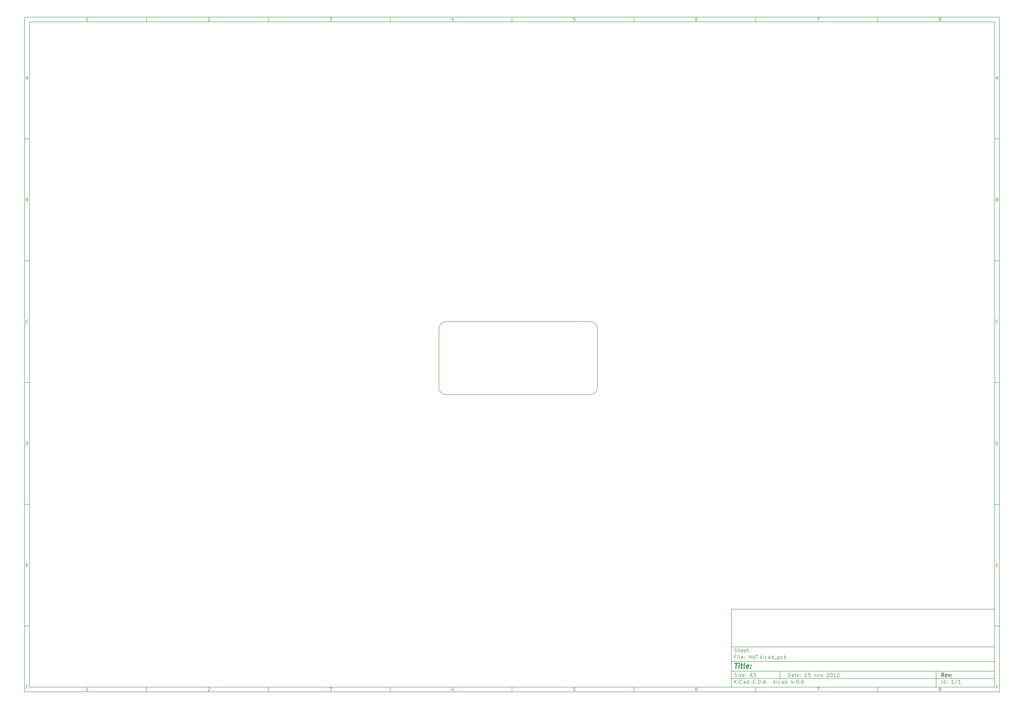
<source format=gm1>
G04 #@! TF.FileFunction,Profile,NP*
%FSLAX46Y46*%
G04 Gerber Fmt 4.6, Leading zero omitted, Abs format (unit mm)*
G04 Created by KiCad (PCBNEW 4.0.6) date 06/14/17 17:14:32*
%MOMM*%
%LPD*%
G01*
G04 APERTURE LIST*
%ADD10C,0.150000*%
%ADD11C,0.300000*%
%ADD12C,0.400000*%
G04 APERTURE END LIST*
D10*
X299989000Y-253002200D02*
X299989000Y-285002200D01*
X407989000Y-285002200D01*
X407989000Y-253002200D01*
X299989000Y-253002200D01*
X10000000Y-10000000D02*
X10000000Y-287002200D01*
X409989000Y-287002200D01*
X409989000Y-10000000D01*
X10000000Y-10000000D01*
X12000000Y-12000000D02*
X12000000Y-285002200D01*
X407989000Y-285002200D01*
X407989000Y-12000000D01*
X12000000Y-12000000D01*
X60000000Y-12000000D02*
X60000000Y-10000000D01*
X110000000Y-12000000D02*
X110000000Y-10000000D01*
X160000000Y-12000000D02*
X160000000Y-10000000D01*
X210000000Y-12000000D02*
X210000000Y-10000000D01*
X260000000Y-12000000D02*
X260000000Y-10000000D01*
X310000000Y-12000000D02*
X310000000Y-10000000D01*
X360000000Y-12000000D02*
X360000000Y-10000000D01*
X35990476Y-11588095D02*
X35247619Y-11588095D01*
X35619048Y-11588095D02*
X35619048Y-10288095D01*
X35495238Y-10473810D01*
X35371429Y-10597619D01*
X35247619Y-10659524D01*
X85247619Y-10411905D02*
X85309524Y-10350000D01*
X85433333Y-10288095D01*
X85742857Y-10288095D01*
X85866667Y-10350000D01*
X85928571Y-10411905D01*
X85990476Y-10535714D01*
X85990476Y-10659524D01*
X85928571Y-10845238D01*
X85185714Y-11588095D01*
X85990476Y-11588095D01*
X135185714Y-10288095D02*
X135990476Y-10288095D01*
X135557143Y-10783333D01*
X135742857Y-10783333D01*
X135866667Y-10845238D01*
X135928571Y-10907143D01*
X135990476Y-11030952D01*
X135990476Y-11340476D01*
X135928571Y-11464286D01*
X135866667Y-11526190D01*
X135742857Y-11588095D01*
X135371429Y-11588095D01*
X135247619Y-11526190D01*
X135185714Y-11464286D01*
X185866667Y-10721429D02*
X185866667Y-11588095D01*
X185557143Y-10226190D02*
X185247619Y-11154762D01*
X186052381Y-11154762D01*
X235928571Y-10288095D02*
X235309524Y-10288095D01*
X235247619Y-10907143D01*
X235309524Y-10845238D01*
X235433333Y-10783333D01*
X235742857Y-10783333D01*
X235866667Y-10845238D01*
X235928571Y-10907143D01*
X235990476Y-11030952D01*
X235990476Y-11340476D01*
X235928571Y-11464286D01*
X235866667Y-11526190D01*
X235742857Y-11588095D01*
X235433333Y-11588095D01*
X235309524Y-11526190D01*
X235247619Y-11464286D01*
X285866667Y-10288095D02*
X285619048Y-10288095D01*
X285495238Y-10350000D01*
X285433333Y-10411905D01*
X285309524Y-10597619D01*
X285247619Y-10845238D01*
X285247619Y-11340476D01*
X285309524Y-11464286D01*
X285371429Y-11526190D01*
X285495238Y-11588095D01*
X285742857Y-11588095D01*
X285866667Y-11526190D01*
X285928571Y-11464286D01*
X285990476Y-11340476D01*
X285990476Y-11030952D01*
X285928571Y-10907143D01*
X285866667Y-10845238D01*
X285742857Y-10783333D01*
X285495238Y-10783333D01*
X285371429Y-10845238D01*
X285309524Y-10907143D01*
X285247619Y-11030952D01*
X335185714Y-10288095D02*
X336052381Y-10288095D01*
X335495238Y-11588095D01*
X385495238Y-10845238D02*
X385371429Y-10783333D01*
X385309524Y-10721429D01*
X385247619Y-10597619D01*
X385247619Y-10535714D01*
X385309524Y-10411905D01*
X385371429Y-10350000D01*
X385495238Y-10288095D01*
X385742857Y-10288095D01*
X385866667Y-10350000D01*
X385928571Y-10411905D01*
X385990476Y-10535714D01*
X385990476Y-10597619D01*
X385928571Y-10721429D01*
X385866667Y-10783333D01*
X385742857Y-10845238D01*
X385495238Y-10845238D01*
X385371429Y-10907143D01*
X385309524Y-10969048D01*
X385247619Y-11092857D01*
X385247619Y-11340476D01*
X385309524Y-11464286D01*
X385371429Y-11526190D01*
X385495238Y-11588095D01*
X385742857Y-11588095D01*
X385866667Y-11526190D01*
X385928571Y-11464286D01*
X385990476Y-11340476D01*
X385990476Y-11092857D01*
X385928571Y-10969048D01*
X385866667Y-10907143D01*
X385742857Y-10845238D01*
X60000000Y-285002200D02*
X60000000Y-287002200D01*
X110000000Y-285002200D02*
X110000000Y-287002200D01*
X160000000Y-285002200D02*
X160000000Y-287002200D01*
X210000000Y-285002200D02*
X210000000Y-287002200D01*
X260000000Y-285002200D02*
X260000000Y-287002200D01*
X310000000Y-285002200D02*
X310000000Y-287002200D01*
X360000000Y-285002200D02*
X360000000Y-287002200D01*
X35990476Y-286590295D02*
X35247619Y-286590295D01*
X35619048Y-286590295D02*
X35619048Y-285290295D01*
X35495238Y-285476010D01*
X35371429Y-285599819D01*
X35247619Y-285661724D01*
X85247619Y-285414105D02*
X85309524Y-285352200D01*
X85433333Y-285290295D01*
X85742857Y-285290295D01*
X85866667Y-285352200D01*
X85928571Y-285414105D01*
X85990476Y-285537914D01*
X85990476Y-285661724D01*
X85928571Y-285847438D01*
X85185714Y-286590295D01*
X85990476Y-286590295D01*
X135185714Y-285290295D02*
X135990476Y-285290295D01*
X135557143Y-285785533D01*
X135742857Y-285785533D01*
X135866667Y-285847438D01*
X135928571Y-285909343D01*
X135990476Y-286033152D01*
X135990476Y-286342676D01*
X135928571Y-286466486D01*
X135866667Y-286528390D01*
X135742857Y-286590295D01*
X135371429Y-286590295D01*
X135247619Y-286528390D01*
X135185714Y-286466486D01*
X185866667Y-285723629D02*
X185866667Y-286590295D01*
X185557143Y-285228390D02*
X185247619Y-286156962D01*
X186052381Y-286156962D01*
X235928571Y-285290295D02*
X235309524Y-285290295D01*
X235247619Y-285909343D01*
X235309524Y-285847438D01*
X235433333Y-285785533D01*
X235742857Y-285785533D01*
X235866667Y-285847438D01*
X235928571Y-285909343D01*
X235990476Y-286033152D01*
X235990476Y-286342676D01*
X235928571Y-286466486D01*
X235866667Y-286528390D01*
X235742857Y-286590295D01*
X235433333Y-286590295D01*
X235309524Y-286528390D01*
X235247619Y-286466486D01*
X285866667Y-285290295D02*
X285619048Y-285290295D01*
X285495238Y-285352200D01*
X285433333Y-285414105D01*
X285309524Y-285599819D01*
X285247619Y-285847438D01*
X285247619Y-286342676D01*
X285309524Y-286466486D01*
X285371429Y-286528390D01*
X285495238Y-286590295D01*
X285742857Y-286590295D01*
X285866667Y-286528390D01*
X285928571Y-286466486D01*
X285990476Y-286342676D01*
X285990476Y-286033152D01*
X285928571Y-285909343D01*
X285866667Y-285847438D01*
X285742857Y-285785533D01*
X285495238Y-285785533D01*
X285371429Y-285847438D01*
X285309524Y-285909343D01*
X285247619Y-286033152D01*
X335185714Y-285290295D02*
X336052381Y-285290295D01*
X335495238Y-286590295D01*
X385495238Y-285847438D02*
X385371429Y-285785533D01*
X385309524Y-285723629D01*
X385247619Y-285599819D01*
X385247619Y-285537914D01*
X385309524Y-285414105D01*
X385371429Y-285352200D01*
X385495238Y-285290295D01*
X385742857Y-285290295D01*
X385866667Y-285352200D01*
X385928571Y-285414105D01*
X385990476Y-285537914D01*
X385990476Y-285599819D01*
X385928571Y-285723629D01*
X385866667Y-285785533D01*
X385742857Y-285847438D01*
X385495238Y-285847438D01*
X385371429Y-285909343D01*
X385309524Y-285971248D01*
X385247619Y-286095057D01*
X385247619Y-286342676D01*
X385309524Y-286466486D01*
X385371429Y-286528390D01*
X385495238Y-286590295D01*
X385742857Y-286590295D01*
X385866667Y-286528390D01*
X385928571Y-286466486D01*
X385990476Y-286342676D01*
X385990476Y-286095057D01*
X385928571Y-285971248D01*
X385866667Y-285909343D01*
X385742857Y-285847438D01*
X10000000Y-60000000D02*
X12000000Y-60000000D01*
X10000000Y-110000000D02*
X12000000Y-110000000D01*
X10000000Y-160000000D02*
X12000000Y-160000000D01*
X10000000Y-210000000D02*
X12000000Y-210000000D01*
X10000000Y-260000000D02*
X12000000Y-260000000D01*
X10690476Y-35216667D02*
X11309524Y-35216667D01*
X10566667Y-35588095D02*
X11000000Y-34288095D01*
X11433333Y-35588095D01*
X11092857Y-84907143D02*
X11278571Y-84969048D01*
X11340476Y-85030952D01*
X11402381Y-85154762D01*
X11402381Y-85340476D01*
X11340476Y-85464286D01*
X11278571Y-85526190D01*
X11154762Y-85588095D01*
X10659524Y-85588095D01*
X10659524Y-84288095D01*
X11092857Y-84288095D01*
X11216667Y-84350000D01*
X11278571Y-84411905D01*
X11340476Y-84535714D01*
X11340476Y-84659524D01*
X11278571Y-84783333D01*
X11216667Y-84845238D01*
X11092857Y-84907143D01*
X10659524Y-84907143D01*
X11402381Y-135464286D02*
X11340476Y-135526190D01*
X11154762Y-135588095D01*
X11030952Y-135588095D01*
X10845238Y-135526190D01*
X10721429Y-135402381D01*
X10659524Y-135278571D01*
X10597619Y-135030952D01*
X10597619Y-134845238D01*
X10659524Y-134597619D01*
X10721429Y-134473810D01*
X10845238Y-134350000D01*
X11030952Y-134288095D01*
X11154762Y-134288095D01*
X11340476Y-134350000D01*
X11402381Y-134411905D01*
X10659524Y-185588095D02*
X10659524Y-184288095D01*
X10969048Y-184288095D01*
X11154762Y-184350000D01*
X11278571Y-184473810D01*
X11340476Y-184597619D01*
X11402381Y-184845238D01*
X11402381Y-185030952D01*
X11340476Y-185278571D01*
X11278571Y-185402381D01*
X11154762Y-185526190D01*
X10969048Y-185588095D01*
X10659524Y-185588095D01*
X10721429Y-234907143D02*
X11154762Y-234907143D01*
X11340476Y-235588095D02*
X10721429Y-235588095D01*
X10721429Y-234288095D01*
X11340476Y-234288095D01*
X11185714Y-284907143D02*
X10752381Y-284907143D01*
X10752381Y-285588095D02*
X10752381Y-284288095D01*
X11371428Y-284288095D01*
X409989000Y-60000000D02*
X407989000Y-60000000D01*
X409989000Y-110000000D02*
X407989000Y-110000000D01*
X409989000Y-160000000D02*
X407989000Y-160000000D01*
X409989000Y-210000000D02*
X407989000Y-210000000D01*
X409989000Y-260000000D02*
X407989000Y-260000000D01*
X408679476Y-35216667D02*
X409298524Y-35216667D01*
X408555667Y-35588095D02*
X408989000Y-34288095D01*
X409422333Y-35588095D01*
X409081857Y-84907143D02*
X409267571Y-84969048D01*
X409329476Y-85030952D01*
X409391381Y-85154762D01*
X409391381Y-85340476D01*
X409329476Y-85464286D01*
X409267571Y-85526190D01*
X409143762Y-85588095D01*
X408648524Y-85588095D01*
X408648524Y-84288095D01*
X409081857Y-84288095D01*
X409205667Y-84350000D01*
X409267571Y-84411905D01*
X409329476Y-84535714D01*
X409329476Y-84659524D01*
X409267571Y-84783333D01*
X409205667Y-84845238D01*
X409081857Y-84907143D01*
X408648524Y-84907143D01*
X409391381Y-135464286D02*
X409329476Y-135526190D01*
X409143762Y-135588095D01*
X409019952Y-135588095D01*
X408834238Y-135526190D01*
X408710429Y-135402381D01*
X408648524Y-135278571D01*
X408586619Y-135030952D01*
X408586619Y-134845238D01*
X408648524Y-134597619D01*
X408710429Y-134473810D01*
X408834238Y-134350000D01*
X409019952Y-134288095D01*
X409143762Y-134288095D01*
X409329476Y-134350000D01*
X409391381Y-134411905D01*
X408648524Y-185588095D02*
X408648524Y-184288095D01*
X408958048Y-184288095D01*
X409143762Y-184350000D01*
X409267571Y-184473810D01*
X409329476Y-184597619D01*
X409391381Y-184845238D01*
X409391381Y-185030952D01*
X409329476Y-185278571D01*
X409267571Y-185402381D01*
X409143762Y-185526190D01*
X408958048Y-185588095D01*
X408648524Y-185588095D01*
X408710429Y-234907143D02*
X409143762Y-234907143D01*
X409329476Y-235588095D02*
X408710429Y-235588095D01*
X408710429Y-234288095D01*
X409329476Y-234288095D01*
X409174714Y-284907143D02*
X408741381Y-284907143D01*
X408741381Y-285588095D02*
X408741381Y-284288095D01*
X409360428Y-284288095D01*
X323346143Y-280780771D02*
X323346143Y-279280771D01*
X323703286Y-279280771D01*
X323917571Y-279352200D01*
X324060429Y-279495057D01*
X324131857Y-279637914D01*
X324203286Y-279923629D01*
X324203286Y-280137914D01*
X324131857Y-280423629D01*
X324060429Y-280566486D01*
X323917571Y-280709343D01*
X323703286Y-280780771D01*
X323346143Y-280780771D01*
X325489000Y-280780771D02*
X325489000Y-279995057D01*
X325417571Y-279852200D01*
X325274714Y-279780771D01*
X324989000Y-279780771D01*
X324846143Y-279852200D01*
X325489000Y-280709343D02*
X325346143Y-280780771D01*
X324989000Y-280780771D01*
X324846143Y-280709343D01*
X324774714Y-280566486D01*
X324774714Y-280423629D01*
X324846143Y-280280771D01*
X324989000Y-280209343D01*
X325346143Y-280209343D01*
X325489000Y-280137914D01*
X325989000Y-279780771D02*
X326560429Y-279780771D01*
X326203286Y-279280771D02*
X326203286Y-280566486D01*
X326274714Y-280709343D01*
X326417572Y-280780771D01*
X326560429Y-280780771D01*
X327631857Y-280709343D02*
X327489000Y-280780771D01*
X327203286Y-280780771D01*
X327060429Y-280709343D01*
X326989000Y-280566486D01*
X326989000Y-279995057D01*
X327060429Y-279852200D01*
X327203286Y-279780771D01*
X327489000Y-279780771D01*
X327631857Y-279852200D01*
X327703286Y-279995057D01*
X327703286Y-280137914D01*
X326989000Y-280280771D01*
X328346143Y-280637914D02*
X328417571Y-280709343D01*
X328346143Y-280780771D01*
X328274714Y-280709343D01*
X328346143Y-280637914D01*
X328346143Y-280780771D01*
X328346143Y-279852200D02*
X328417571Y-279923629D01*
X328346143Y-279995057D01*
X328274714Y-279923629D01*
X328346143Y-279852200D01*
X328346143Y-279995057D01*
X330989000Y-280780771D02*
X330131857Y-280780771D01*
X330560429Y-280780771D02*
X330560429Y-279280771D01*
X330417572Y-279495057D01*
X330274714Y-279637914D01*
X330131857Y-279709343D01*
X332346143Y-279280771D02*
X331631857Y-279280771D01*
X331560428Y-279995057D01*
X331631857Y-279923629D01*
X331774714Y-279852200D01*
X332131857Y-279852200D01*
X332274714Y-279923629D01*
X332346143Y-279995057D01*
X332417571Y-280137914D01*
X332417571Y-280495057D01*
X332346143Y-280637914D01*
X332274714Y-280709343D01*
X332131857Y-280780771D01*
X331774714Y-280780771D01*
X331631857Y-280709343D01*
X331560428Y-280637914D01*
X334203285Y-279780771D02*
X334203285Y-280780771D01*
X334203285Y-279923629D02*
X334274713Y-279852200D01*
X334417571Y-279780771D01*
X334631856Y-279780771D01*
X334774713Y-279852200D01*
X334846142Y-279995057D01*
X334846142Y-280780771D01*
X335774714Y-280780771D02*
X335631856Y-280709343D01*
X335560428Y-280637914D01*
X335488999Y-280495057D01*
X335488999Y-280066486D01*
X335560428Y-279923629D01*
X335631856Y-279852200D01*
X335774714Y-279780771D01*
X335988999Y-279780771D01*
X336131856Y-279852200D01*
X336203285Y-279923629D01*
X336274714Y-280066486D01*
X336274714Y-280495057D01*
X336203285Y-280637914D01*
X336131856Y-280709343D01*
X335988999Y-280780771D01*
X335774714Y-280780771D01*
X336774714Y-279780771D02*
X337131857Y-280780771D01*
X337488999Y-279780771D01*
X339131856Y-279423629D02*
X339203285Y-279352200D01*
X339346142Y-279280771D01*
X339703285Y-279280771D01*
X339846142Y-279352200D01*
X339917571Y-279423629D01*
X339988999Y-279566486D01*
X339988999Y-279709343D01*
X339917571Y-279923629D01*
X339060428Y-280780771D01*
X339988999Y-280780771D01*
X340917570Y-279280771D02*
X341060427Y-279280771D01*
X341203284Y-279352200D01*
X341274713Y-279423629D01*
X341346142Y-279566486D01*
X341417570Y-279852200D01*
X341417570Y-280209343D01*
X341346142Y-280495057D01*
X341274713Y-280637914D01*
X341203284Y-280709343D01*
X341060427Y-280780771D01*
X340917570Y-280780771D01*
X340774713Y-280709343D01*
X340703284Y-280637914D01*
X340631856Y-280495057D01*
X340560427Y-280209343D01*
X340560427Y-279852200D01*
X340631856Y-279566486D01*
X340703284Y-279423629D01*
X340774713Y-279352200D01*
X340917570Y-279280771D01*
X342846141Y-280780771D02*
X341988998Y-280780771D01*
X342417570Y-280780771D02*
X342417570Y-279280771D01*
X342274713Y-279495057D01*
X342131855Y-279637914D01*
X341988998Y-279709343D01*
X343417569Y-279423629D02*
X343488998Y-279352200D01*
X343631855Y-279280771D01*
X343988998Y-279280771D01*
X344131855Y-279352200D01*
X344203284Y-279423629D01*
X344274712Y-279566486D01*
X344274712Y-279709343D01*
X344203284Y-279923629D01*
X343346141Y-280780771D01*
X344274712Y-280780771D01*
X299989000Y-281502200D02*
X407989000Y-281502200D01*
X301346143Y-283580771D02*
X301346143Y-282080771D01*
X302203286Y-283580771D02*
X301560429Y-282723629D01*
X302203286Y-282080771D02*
X301346143Y-282937914D01*
X302846143Y-283580771D02*
X302846143Y-282580771D01*
X302846143Y-282080771D02*
X302774714Y-282152200D01*
X302846143Y-282223629D01*
X302917571Y-282152200D01*
X302846143Y-282080771D01*
X302846143Y-282223629D01*
X304417572Y-283437914D02*
X304346143Y-283509343D01*
X304131857Y-283580771D01*
X303989000Y-283580771D01*
X303774715Y-283509343D01*
X303631857Y-283366486D01*
X303560429Y-283223629D01*
X303489000Y-282937914D01*
X303489000Y-282723629D01*
X303560429Y-282437914D01*
X303631857Y-282295057D01*
X303774715Y-282152200D01*
X303989000Y-282080771D01*
X304131857Y-282080771D01*
X304346143Y-282152200D01*
X304417572Y-282223629D01*
X305703286Y-283580771D02*
X305703286Y-282795057D01*
X305631857Y-282652200D01*
X305489000Y-282580771D01*
X305203286Y-282580771D01*
X305060429Y-282652200D01*
X305703286Y-283509343D02*
X305560429Y-283580771D01*
X305203286Y-283580771D01*
X305060429Y-283509343D01*
X304989000Y-283366486D01*
X304989000Y-283223629D01*
X305060429Y-283080771D01*
X305203286Y-283009343D01*
X305560429Y-283009343D01*
X305703286Y-282937914D01*
X307060429Y-283580771D02*
X307060429Y-282080771D01*
X307060429Y-283509343D02*
X306917572Y-283580771D01*
X306631858Y-283580771D01*
X306489000Y-283509343D01*
X306417572Y-283437914D01*
X306346143Y-283295057D01*
X306346143Y-282866486D01*
X306417572Y-282723629D01*
X306489000Y-282652200D01*
X306631858Y-282580771D01*
X306917572Y-282580771D01*
X307060429Y-282652200D01*
X308917572Y-282795057D02*
X309417572Y-282795057D01*
X309631858Y-283580771D02*
X308917572Y-283580771D01*
X308917572Y-282080771D01*
X309631858Y-282080771D01*
X310274715Y-283437914D02*
X310346143Y-283509343D01*
X310274715Y-283580771D01*
X310203286Y-283509343D01*
X310274715Y-283437914D01*
X310274715Y-283580771D01*
X310989001Y-283580771D02*
X310989001Y-282080771D01*
X311346144Y-282080771D01*
X311560429Y-282152200D01*
X311703287Y-282295057D01*
X311774715Y-282437914D01*
X311846144Y-282723629D01*
X311846144Y-282937914D01*
X311774715Y-283223629D01*
X311703287Y-283366486D01*
X311560429Y-283509343D01*
X311346144Y-283580771D01*
X310989001Y-283580771D01*
X312489001Y-283437914D02*
X312560429Y-283509343D01*
X312489001Y-283580771D01*
X312417572Y-283509343D01*
X312489001Y-283437914D01*
X312489001Y-283580771D01*
X313131858Y-283152200D02*
X313846144Y-283152200D01*
X312989001Y-283580771D02*
X313489001Y-282080771D01*
X313989001Y-283580771D01*
X314489001Y-283437914D02*
X314560429Y-283509343D01*
X314489001Y-283580771D01*
X314417572Y-283509343D01*
X314489001Y-283437914D01*
X314489001Y-283580771D01*
X317489001Y-283580771D02*
X317489001Y-282080771D01*
X317631858Y-283009343D02*
X318060429Y-283580771D01*
X318060429Y-282580771D02*
X317489001Y-283152200D01*
X318703287Y-283580771D02*
X318703287Y-282580771D01*
X318703287Y-282080771D02*
X318631858Y-282152200D01*
X318703287Y-282223629D01*
X318774715Y-282152200D01*
X318703287Y-282080771D01*
X318703287Y-282223629D01*
X320060430Y-283509343D02*
X319917573Y-283580771D01*
X319631859Y-283580771D01*
X319489001Y-283509343D01*
X319417573Y-283437914D01*
X319346144Y-283295057D01*
X319346144Y-282866486D01*
X319417573Y-282723629D01*
X319489001Y-282652200D01*
X319631859Y-282580771D01*
X319917573Y-282580771D01*
X320060430Y-282652200D01*
X321346144Y-283580771D02*
X321346144Y-282795057D01*
X321274715Y-282652200D01*
X321131858Y-282580771D01*
X320846144Y-282580771D01*
X320703287Y-282652200D01*
X321346144Y-283509343D02*
X321203287Y-283580771D01*
X320846144Y-283580771D01*
X320703287Y-283509343D01*
X320631858Y-283366486D01*
X320631858Y-283223629D01*
X320703287Y-283080771D01*
X320846144Y-283009343D01*
X321203287Y-283009343D01*
X321346144Y-282937914D01*
X322703287Y-283580771D02*
X322703287Y-282080771D01*
X322703287Y-283509343D02*
X322560430Y-283580771D01*
X322274716Y-283580771D01*
X322131858Y-283509343D01*
X322060430Y-283437914D01*
X321989001Y-283295057D01*
X321989001Y-282866486D01*
X322060430Y-282723629D01*
X322131858Y-282652200D01*
X322274716Y-282580771D01*
X322560430Y-282580771D01*
X322703287Y-282652200D01*
X325203287Y-282580771D02*
X325203287Y-283580771D01*
X324846144Y-282009343D02*
X324489001Y-283080771D01*
X325417573Y-283080771D01*
X325989001Y-283437914D02*
X326060429Y-283509343D01*
X325989001Y-283580771D01*
X325917572Y-283509343D01*
X325989001Y-283437914D01*
X325989001Y-283580771D01*
X326989001Y-282080771D02*
X327131858Y-282080771D01*
X327274715Y-282152200D01*
X327346144Y-282223629D01*
X327417573Y-282366486D01*
X327489001Y-282652200D01*
X327489001Y-283009343D01*
X327417573Y-283295057D01*
X327346144Y-283437914D01*
X327274715Y-283509343D01*
X327131858Y-283580771D01*
X326989001Y-283580771D01*
X326846144Y-283509343D01*
X326774715Y-283437914D01*
X326703287Y-283295057D01*
X326631858Y-283009343D01*
X326631858Y-282652200D01*
X326703287Y-282366486D01*
X326774715Y-282223629D01*
X326846144Y-282152200D01*
X326989001Y-282080771D01*
X328131858Y-283437914D02*
X328203286Y-283509343D01*
X328131858Y-283580771D01*
X328060429Y-283509343D01*
X328131858Y-283437914D01*
X328131858Y-283580771D01*
X329489001Y-282080771D02*
X329203287Y-282080771D01*
X329060430Y-282152200D01*
X328989001Y-282223629D01*
X328846144Y-282437914D01*
X328774715Y-282723629D01*
X328774715Y-283295057D01*
X328846144Y-283437914D01*
X328917572Y-283509343D01*
X329060430Y-283580771D01*
X329346144Y-283580771D01*
X329489001Y-283509343D01*
X329560430Y-283437914D01*
X329631858Y-283295057D01*
X329631858Y-282937914D01*
X329560430Y-282795057D01*
X329489001Y-282723629D01*
X329346144Y-282652200D01*
X329060430Y-282652200D01*
X328917572Y-282723629D01*
X328846144Y-282795057D01*
X328774715Y-282937914D01*
X299989000Y-278502200D02*
X407989000Y-278502200D01*
D11*
X387203286Y-280780771D02*
X386703286Y-280066486D01*
X386346143Y-280780771D02*
X386346143Y-279280771D01*
X386917571Y-279280771D01*
X387060429Y-279352200D01*
X387131857Y-279423629D01*
X387203286Y-279566486D01*
X387203286Y-279780771D01*
X387131857Y-279923629D01*
X387060429Y-279995057D01*
X386917571Y-280066486D01*
X386346143Y-280066486D01*
X388417571Y-280709343D02*
X388274714Y-280780771D01*
X387989000Y-280780771D01*
X387846143Y-280709343D01*
X387774714Y-280566486D01*
X387774714Y-279995057D01*
X387846143Y-279852200D01*
X387989000Y-279780771D01*
X388274714Y-279780771D01*
X388417571Y-279852200D01*
X388489000Y-279995057D01*
X388489000Y-280137914D01*
X387774714Y-280280771D01*
X388989000Y-279780771D02*
X389346143Y-280780771D01*
X389703285Y-279780771D01*
X390274714Y-280637914D02*
X390346142Y-280709343D01*
X390274714Y-280780771D01*
X390203285Y-280709343D01*
X390274714Y-280637914D01*
X390274714Y-280780771D01*
X390274714Y-279852200D02*
X390346142Y-279923629D01*
X390274714Y-279995057D01*
X390203285Y-279923629D01*
X390274714Y-279852200D01*
X390274714Y-279995057D01*
D10*
X301274714Y-280709343D02*
X301489000Y-280780771D01*
X301846143Y-280780771D01*
X301989000Y-280709343D01*
X302060429Y-280637914D01*
X302131857Y-280495057D01*
X302131857Y-280352200D01*
X302060429Y-280209343D01*
X301989000Y-280137914D01*
X301846143Y-280066486D01*
X301560429Y-279995057D01*
X301417571Y-279923629D01*
X301346143Y-279852200D01*
X301274714Y-279709343D01*
X301274714Y-279566486D01*
X301346143Y-279423629D01*
X301417571Y-279352200D01*
X301560429Y-279280771D01*
X301917571Y-279280771D01*
X302131857Y-279352200D01*
X302774714Y-280780771D02*
X302774714Y-279780771D01*
X302774714Y-279280771D02*
X302703285Y-279352200D01*
X302774714Y-279423629D01*
X302846142Y-279352200D01*
X302774714Y-279280771D01*
X302774714Y-279423629D01*
X303346143Y-279780771D02*
X304131857Y-279780771D01*
X303346143Y-280780771D01*
X304131857Y-280780771D01*
X305274714Y-280709343D02*
X305131857Y-280780771D01*
X304846143Y-280780771D01*
X304703286Y-280709343D01*
X304631857Y-280566486D01*
X304631857Y-279995057D01*
X304703286Y-279852200D01*
X304846143Y-279780771D01*
X305131857Y-279780771D01*
X305274714Y-279852200D01*
X305346143Y-279995057D01*
X305346143Y-280137914D01*
X304631857Y-280280771D01*
X305989000Y-280637914D02*
X306060428Y-280709343D01*
X305989000Y-280780771D01*
X305917571Y-280709343D01*
X305989000Y-280637914D01*
X305989000Y-280780771D01*
X305989000Y-279852200D02*
X306060428Y-279923629D01*
X305989000Y-279995057D01*
X305917571Y-279923629D01*
X305989000Y-279852200D01*
X305989000Y-279995057D01*
X307774714Y-280352200D02*
X308489000Y-280352200D01*
X307631857Y-280780771D02*
X308131857Y-279280771D01*
X308631857Y-280780771D01*
X308989000Y-279280771D02*
X309917571Y-279280771D01*
X309417571Y-279852200D01*
X309631857Y-279852200D01*
X309774714Y-279923629D01*
X309846143Y-279995057D01*
X309917571Y-280137914D01*
X309917571Y-280495057D01*
X309846143Y-280637914D01*
X309774714Y-280709343D01*
X309631857Y-280780771D01*
X309203285Y-280780771D01*
X309060428Y-280709343D01*
X308989000Y-280637914D01*
X386346143Y-283580771D02*
X386346143Y-282080771D01*
X387703286Y-283580771D02*
X387703286Y-282080771D01*
X387703286Y-283509343D02*
X387560429Y-283580771D01*
X387274715Y-283580771D01*
X387131857Y-283509343D01*
X387060429Y-283437914D01*
X386989000Y-283295057D01*
X386989000Y-282866486D01*
X387060429Y-282723629D01*
X387131857Y-282652200D01*
X387274715Y-282580771D01*
X387560429Y-282580771D01*
X387703286Y-282652200D01*
X388417572Y-283437914D02*
X388489000Y-283509343D01*
X388417572Y-283580771D01*
X388346143Y-283509343D01*
X388417572Y-283437914D01*
X388417572Y-283580771D01*
X388417572Y-282652200D02*
X388489000Y-282723629D01*
X388417572Y-282795057D01*
X388346143Y-282723629D01*
X388417572Y-282652200D01*
X388417572Y-282795057D01*
X391060429Y-283580771D02*
X390203286Y-283580771D01*
X390631858Y-283580771D02*
X390631858Y-282080771D01*
X390489001Y-282295057D01*
X390346143Y-282437914D01*
X390203286Y-282509343D01*
X392774714Y-282009343D02*
X391489000Y-283937914D01*
X394060429Y-283580771D02*
X393203286Y-283580771D01*
X393631858Y-283580771D02*
X393631858Y-282080771D01*
X393489001Y-282295057D01*
X393346143Y-282437914D01*
X393203286Y-282509343D01*
X299989000Y-274502200D02*
X407989000Y-274502200D01*
D12*
X301441381Y-275206962D02*
X302584238Y-275206962D01*
X301762810Y-277206962D02*
X302012810Y-275206962D01*
X303000905Y-277206962D02*
X303167571Y-275873629D01*
X303250905Y-275206962D02*
X303143762Y-275302200D01*
X303227095Y-275397438D01*
X303334239Y-275302200D01*
X303250905Y-275206962D01*
X303227095Y-275397438D01*
X303834238Y-275873629D02*
X304596143Y-275873629D01*
X304203286Y-275206962D02*
X303989000Y-276921248D01*
X304060430Y-277111724D01*
X304239001Y-277206962D01*
X304429477Y-277206962D01*
X305381858Y-277206962D02*
X305203287Y-277111724D01*
X305131857Y-276921248D01*
X305346143Y-275206962D01*
X306917572Y-277111724D02*
X306715191Y-277206962D01*
X306334239Y-277206962D01*
X306155667Y-277111724D01*
X306084238Y-276921248D01*
X306179476Y-276159343D01*
X306298524Y-275968867D01*
X306500905Y-275873629D01*
X306881857Y-275873629D01*
X307060429Y-275968867D01*
X307131857Y-276159343D01*
X307108048Y-276349819D01*
X306131857Y-276540295D01*
X307881857Y-277016486D02*
X307965192Y-277111724D01*
X307858048Y-277206962D01*
X307774715Y-277111724D01*
X307881857Y-277016486D01*
X307858048Y-277206962D01*
X308012810Y-275968867D02*
X308096144Y-276064105D01*
X307989000Y-276159343D01*
X307905667Y-276064105D01*
X308012810Y-275968867D01*
X307989000Y-276159343D01*
D10*
X301846143Y-272595057D02*
X301346143Y-272595057D01*
X301346143Y-273380771D02*
X301346143Y-271880771D01*
X302060429Y-271880771D01*
X302631857Y-273380771D02*
X302631857Y-272380771D01*
X302631857Y-271880771D02*
X302560428Y-271952200D01*
X302631857Y-272023629D01*
X302703285Y-271952200D01*
X302631857Y-271880771D01*
X302631857Y-272023629D01*
X303560429Y-273380771D02*
X303417571Y-273309343D01*
X303346143Y-273166486D01*
X303346143Y-271880771D01*
X304703285Y-273309343D02*
X304560428Y-273380771D01*
X304274714Y-273380771D01*
X304131857Y-273309343D01*
X304060428Y-273166486D01*
X304060428Y-272595057D01*
X304131857Y-272452200D01*
X304274714Y-272380771D01*
X304560428Y-272380771D01*
X304703285Y-272452200D01*
X304774714Y-272595057D01*
X304774714Y-272737914D01*
X304060428Y-272880771D01*
X305417571Y-273237914D02*
X305488999Y-273309343D01*
X305417571Y-273380771D01*
X305346142Y-273309343D01*
X305417571Y-273237914D01*
X305417571Y-273380771D01*
X305417571Y-272452200D02*
X305488999Y-272523629D01*
X305417571Y-272595057D01*
X305346142Y-272523629D01*
X305417571Y-272452200D01*
X305417571Y-272595057D01*
X307274714Y-273380771D02*
X307274714Y-271880771D01*
X307274714Y-272595057D02*
X308131857Y-272595057D01*
X308131857Y-273380771D02*
X308131857Y-271880771D01*
X308774714Y-272952200D02*
X309489000Y-272952200D01*
X308631857Y-273380771D02*
X309131857Y-271880771D01*
X309631857Y-273380771D01*
X309917571Y-271880771D02*
X310774714Y-271880771D01*
X310346143Y-273380771D02*
X310346143Y-271880771D01*
X311274714Y-273237914D02*
X311346142Y-273309343D01*
X311274714Y-273380771D01*
X311203285Y-273309343D01*
X311274714Y-273237914D01*
X311274714Y-273380771D01*
X311989000Y-273380771D02*
X311989000Y-271880771D01*
X312131857Y-272809343D02*
X312560428Y-273380771D01*
X312560428Y-272380771D02*
X311989000Y-272952200D01*
X313203286Y-273380771D02*
X313203286Y-272380771D01*
X313203286Y-271880771D02*
X313131857Y-271952200D01*
X313203286Y-272023629D01*
X313274714Y-271952200D01*
X313203286Y-271880771D01*
X313203286Y-272023629D01*
X314560429Y-273309343D02*
X314417572Y-273380771D01*
X314131858Y-273380771D01*
X313989000Y-273309343D01*
X313917572Y-273237914D01*
X313846143Y-273095057D01*
X313846143Y-272666486D01*
X313917572Y-272523629D01*
X313989000Y-272452200D01*
X314131858Y-272380771D01*
X314417572Y-272380771D01*
X314560429Y-272452200D01*
X315846143Y-273380771D02*
X315846143Y-272595057D01*
X315774714Y-272452200D01*
X315631857Y-272380771D01*
X315346143Y-272380771D01*
X315203286Y-272452200D01*
X315846143Y-273309343D02*
X315703286Y-273380771D01*
X315346143Y-273380771D01*
X315203286Y-273309343D01*
X315131857Y-273166486D01*
X315131857Y-273023629D01*
X315203286Y-272880771D01*
X315346143Y-272809343D01*
X315703286Y-272809343D01*
X315846143Y-272737914D01*
X317203286Y-273380771D02*
X317203286Y-271880771D01*
X317203286Y-273309343D02*
X317060429Y-273380771D01*
X316774715Y-273380771D01*
X316631857Y-273309343D01*
X316560429Y-273237914D01*
X316489000Y-273095057D01*
X316489000Y-272666486D01*
X316560429Y-272523629D01*
X316631857Y-272452200D01*
X316774715Y-272380771D01*
X317060429Y-272380771D01*
X317203286Y-272452200D01*
X317560429Y-273523629D02*
X318703286Y-273523629D01*
X319060429Y-272380771D02*
X319060429Y-273880771D01*
X319060429Y-272452200D02*
X319203286Y-272380771D01*
X319489000Y-272380771D01*
X319631857Y-272452200D01*
X319703286Y-272523629D01*
X319774715Y-272666486D01*
X319774715Y-273095057D01*
X319703286Y-273237914D01*
X319631857Y-273309343D01*
X319489000Y-273380771D01*
X319203286Y-273380771D01*
X319060429Y-273309343D01*
X321060429Y-273309343D02*
X320917572Y-273380771D01*
X320631858Y-273380771D01*
X320489000Y-273309343D01*
X320417572Y-273237914D01*
X320346143Y-273095057D01*
X320346143Y-272666486D01*
X320417572Y-272523629D01*
X320489000Y-272452200D01*
X320631858Y-272380771D01*
X320917572Y-272380771D01*
X321060429Y-272452200D01*
X321703286Y-273380771D02*
X321703286Y-271880771D01*
X321703286Y-272452200D02*
X321846143Y-272380771D01*
X322131857Y-272380771D01*
X322274714Y-272452200D01*
X322346143Y-272523629D01*
X322417572Y-272666486D01*
X322417572Y-273095057D01*
X322346143Y-273237914D01*
X322274714Y-273309343D01*
X322131857Y-273380771D01*
X321846143Y-273380771D01*
X321703286Y-273309343D01*
X299989000Y-268502200D02*
X407989000Y-268502200D01*
X301274714Y-270609343D02*
X301489000Y-270680771D01*
X301846143Y-270680771D01*
X301989000Y-270609343D01*
X302060429Y-270537914D01*
X302131857Y-270395057D01*
X302131857Y-270252200D01*
X302060429Y-270109343D01*
X301989000Y-270037914D01*
X301846143Y-269966486D01*
X301560429Y-269895057D01*
X301417571Y-269823629D01*
X301346143Y-269752200D01*
X301274714Y-269609343D01*
X301274714Y-269466486D01*
X301346143Y-269323629D01*
X301417571Y-269252200D01*
X301560429Y-269180771D01*
X301917571Y-269180771D01*
X302131857Y-269252200D01*
X302774714Y-270680771D02*
X302774714Y-269180771D01*
X303417571Y-270680771D02*
X303417571Y-269895057D01*
X303346142Y-269752200D01*
X303203285Y-269680771D01*
X302989000Y-269680771D01*
X302846142Y-269752200D01*
X302774714Y-269823629D01*
X304703285Y-270609343D02*
X304560428Y-270680771D01*
X304274714Y-270680771D01*
X304131857Y-270609343D01*
X304060428Y-270466486D01*
X304060428Y-269895057D01*
X304131857Y-269752200D01*
X304274714Y-269680771D01*
X304560428Y-269680771D01*
X304703285Y-269752200D01*
X304774714Y-269895057D01*
X304774714Y-270037914D01*
X304060428Y-270180771D01*
X305988999Y-270609343D02*
X305846142Y-270680771D01*
X305560428Y-270680771D01*
X305417571Y-270609343D01*
X305346142Y-270466486D01*
X305346142Y-269895057D01*
X305417571Y-269752200D01*
X305560428Y-269680771D01*
X305846142Y-269680771D01*
X305988999Y-269752200D01*
X306060428Y-269895057D01*
X306060428Y-270037914D01*
X305346142Y-270180771D01*
X306488999Y-269680771D02*
X307060428Y-269680771D01*
X306703285Y-269180771D02*
X306703285Y-270466486D01*
X306774713Y-270609343D01*
X306917571Y-270680771D01*
X307060428Y-270680771D01*
X307560428Y-270537914D02*
X307631856Y-270609343D01*
X307560428Y-270680771D01*
X307488999Y-270609343D01*
X307560428Y-270537914D01*
X307560428Y-270680771D01*
X307560428Y-269752200D02*
X307631856Y-269823629D01*
X307560428Y-269895057D01*
X307488999Y-269823629D01*
X307560428Y-269752200D01*
X307560428Y-269895057D01*
X319989000Y-278502200D02*
X319989000Y-281502200D01*
X383989000Y-278502200D02*
X383989000Y-285002200D01*
X245000000Y-138000000D02*
X245000000Y-162000000D01*
X242000000Y-165000000D02*
G75*
G03X245000000Y-162000000I0J3000000D01*
G01*
X245000000Y-138000000D02*
G75*
G03X242000000Y-135000000I-3000000J0D01*
G01*
X183000000Y-165000000D02*
X242000000Y-165000000D01*
X180000000Y-162000000D02*
G75*
G03X183000000Y-165000000I3000000J0D01*
G01*
X180000000Y-138000000D02*
X180000000Y-162000000D01*
X183000000Y-135000000D02*
X242000000Y-135000000D01*
X183000000Y-135000000D02*
G75*
G03X180000000Y-138000000I0J-3000000D01*
G01*
M02*

</source>
